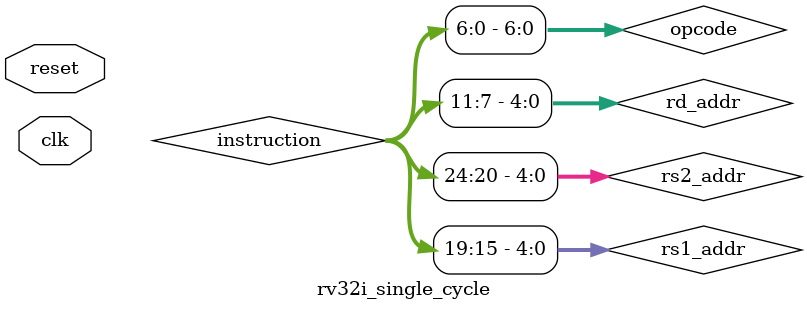
<source format=v>

module rv32i_single_cycle (
    input wire clk,
    input wire reset
);

// ============================================
// Internal Wires
// ============================================

// PC signals
wire [31:0] pc_current;
wire [31:0] pc_next;
wire [31:0] pc_plus4;

// Instruction
wire [31:0] instruction;

// Decode signals
wire [6:0] opcode;
wire [4:0] rs1_addr, rs2_addr, rd_addr;
wire [2:0] funct3;
wire [6:0] funct7;

// Register file
wire [31:0] rs1_data, rs2_data;
wire [31:0] wb_data;

// Immediate
wire [31:0] imm;

// Control signals
wire RegWrite, ALUSrc, MemWrite, MemRead, MemToReg, Branch;
wire [1:0] ALUOp;

// ALU signals
wire [31:0] alu_b;
wire [31:0] alu_out;
wire [3:0] alu_control;
wire alu_zero;

// Memory
wire [31:0] mem_data;

// Branch control
wire [31:0] branch_target;
wire pc_src;

// ============================================
// Instruction Decode
// ============================================
assign opcode   = instruction[6:0];
assign rd_addr  = instruction[11:7];
assign funct3   = instruction[14:12];
assign rs1_addr = instruction[19:15];
assign rs2_addr = instruction[24:20];
assign funct7   = instruction[31:25];

// ============================================
// PC + 4
// ============================================
assign pc_plus4 = pc_current + 4;

// ============================================
// Branch Target: PC + imm
// ============================================
assign branch_target = pc_current + imm;

// ============================================
// Branch Decision: Take branch if BEQ and zero flag
// ============================================
assign pc_src = Branch & alu_zero;

// ============================================
// Module Instantiations
// ============================================

// Program Counter
pc PC (
    .clk(clk),
    .reset(reset),
    .pc_next(pc_next),
    .pc(pc_current)
);

// Instruction Memory
instruction_cache IMEM (
    .addr(pc_current),
    .instruction(instruction)
);

// Register File
reg_file RF (
    .clk(clk),
    .we(RegWrite),
    .rs1_addr(rs1_addr),
    .rs2_addr(rs2_addr),
    .rd_addr(rd_addr),
    .rd_data(wb_data),
    .rs1_data(rs1_data),
    .rs2_data(rs2_data)
);

// Immediate Generator
imm_gen IMM_GEN (
    .instr(instruction),
    .imm(imm)
);

// Control Unit
control_unit CTRL (
    .opcode(opcode),
    .RegWrite(RegWrite),
    .ALUSrc(ALUSrc),
    .MemWrite(MemWrite),
    .MemRead(MemRead),
    .MemToReg(MemToReg),
    .Branch(Branch),
    .ALUOp(ALUOp)
);

// ALU Control
assign alu_control = (ALUOp == 2'b00) ? 4'b0000 :  // ADD for I-type, load, store
                     (ALUOp == 2'b01) ? 4'b0001 :  // SUB for branch
                     (ALUOp == 2'b10) ? (          // R-type: decode funct3/funct7
                         (funct3 == 3'b000) ? (funct7[5] ? 4'b0001 : 4'b0000) :  // ADD/SUB
                         (funct3 == 3'b111) ? 4'b0010 :  // AND
                         (funct3 == 3'b110) ? 4'b0011 :  // OR
                         (funct3 == 3'b100) ? 4'b0100 :  // XOR
                         (funct3 == 3'b001) ? 4'b0110 :  // SLL
                         4'b0000
                     ) : 4'b0000;

// ALU Source Mux
mux_alu_src ALU_SRC_MUX (
    .sel(ALUSrc),
    .rs2(rs2_data),
    .imm(imm),
    .alu_b(alu_b)
);

// ALU
alu ALU (
    .a(rs1_data),
    .b(alu_b),
    .alu_op(alu_control),
    .result(alu_out),
    .zero(alu_zero)
);

// Data Memory - NO 're' PORT (using original module)
data_mem DMEM (
    .clk(clk),
    .we(MemWrite),
    .addr(alu_out),
    .write_data(rs2_data),
    .read_data(mem_data)
);

// Write Back Mux
mux_wb WB_MUX (
    .sel(MemToReg),
    .alu_result(alu_out),
    .mem_data(mem_data),
    .wb_data(wb_data)
);

// PC Next Mux
mux_branch PC_MUX (
    .sel(pc_src),
    .pc_plus4(pc_plus4),
    .branch_tgt(branch_target),
    .pc_next(pc_next)
);

endmodule
</source>
